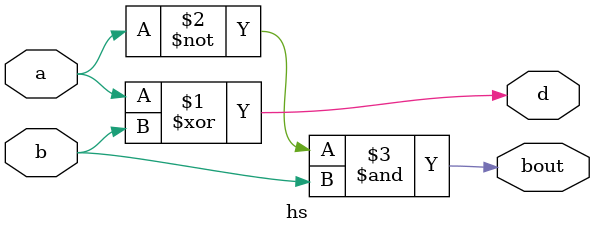
<source format=v>
module hs(a,b,d,bout);
  input a,b;
  output d,bout;
  assign d = a^b;
  assign bout = ~a&b;
endmodule

</source>
